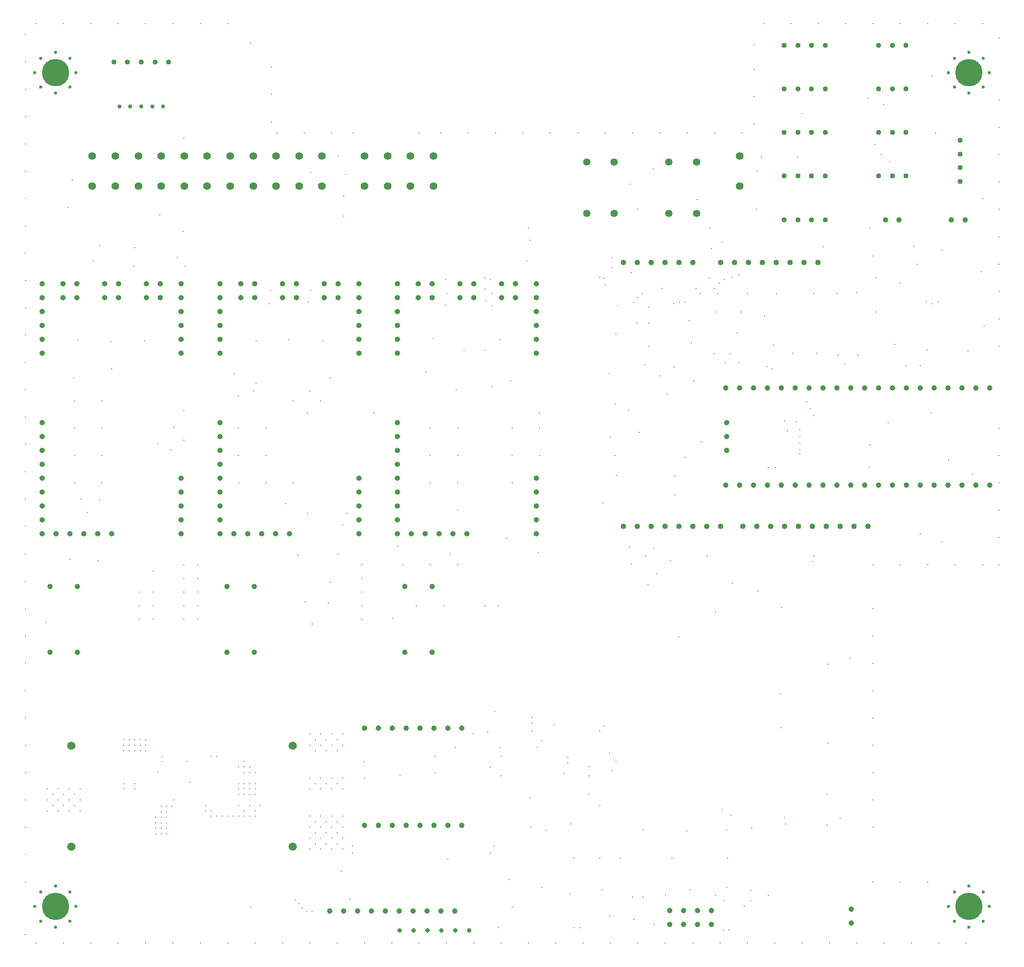
<source format=gbr>
%TF.GenerationSoftware,KiCad,Pcbnew,6.0.7+dfsg-1~bpo11+1*%
%TF.CreationDate,2022-09-26T14:31:56+00:00*%
%TF.ProjectId,OpenMowerMainboard,4f70656e-4d6f-4776-9572-4d61696e626f,rev?*%
%TF.SameCoordinates,Original*%
%TF.FileFunction,Plated,1,2,PTH,Mixed*%
%TF.FilePolarity,Positive*%
%FSLAX46Y46*%
G04 Gerber Fmt 4.6, Leading zero omitted, Abs format (unit mm)*
G04 Created by KiCad (PCBNEW 6.0.7+dfsg-1~bpo11+1) date 2022-09-26 14:31:56*
%MOMM*%
%LPD*%
G01*
G04 APERTURE LIST*
%TA.AperFunction,ViaDrill*%
%ADD10C,0.300000*%
%TD*%
%TA.AperFunction,ComponentDrill*%
%ADD11C,0.600000*%
%TD*%
%TA.AperFunction,ComponentDrill*%
%ADD12C,0.750000*%
%TD*%
%TA.AperFunction,ComponentDrill*%
%ADD13C,0.800000*%
%TD*%
%TA.AperFunction,ComponentDrill*%
%ADD14C,0.950000*%
%TD*%
G04 aperture for slot hole*
%TA.AperFunction,ComponentDrill*%
%ADD15O,1.000000X1.000000*%
%TD*%
%TA.AperFunction,ComponentDrill*%
%ADD16C,1.000000*%
%TD*%
%TA.AperFunction,ComponentDrill*%
%ADD17C,1.016000*%
%TD*%
%TA.AperFunction,ComponentDrill*%
%ADD18C,1.350000*%
%TD*%
%TA.AperFunction,ComponentDrill*%
%ADD19C,1.400000*%
%TD*%
%TA.AperFunction,ComponentDrill*%
%ADD20C,1.500000*%
%TD*%
%TA.AperFunction,ComponentDrill*%
%ADD21C,5.000000*%
%TD*%
G04 APERTURE END LIST*
D10*
X20984129Y-187598534D03*
X20990822Y-22999444D03*
X20990822Y-27999444D03*
X20990822Y-32999444D03*
X20990822Y-37999444D03*
X20990822Y-42999444D03*
X20990822Y-47999444D03*
X20990822Y-52999444D03*
X20990822Y-57999444D03*
X20990822Y-62999444D03*
X20990822Y-67999444D03*
X20990822Y-72999444D03*
X20990822Y-77999444D03*
X20990822Y-82999444D03*
X20990822Y-87999444D03*
X20990822Y-92999444D03*
X20990822Y-97999444D03*
X20990822Y-102999444D03*
X20990822Y-107999444D03*
X20990822Y-112999444D03*
X20990822Y-117999444D03*
X20990822Y-122999444D03*
X20990822Y-127999444D03*
X20990822Y-132999444D03*
X20990822Y-137999444D03*
X20990822Y-142999444D03*
X20990822Y-147999444D03*
X20990822Y-152999444D03*
X20990822Y-157999444D03*
X20990822Y-162999444D03*
X20990822Y-167999444D03*
X20990822Y-172999444D03*
X20990822Y-177999444D03*
X22997832Y-189198418D03*
X23000000Y-21000000D03*
X24800000Y-130600000D03*
X25000000Y-161000000D03*
X25000000Y-163000000D03*
X25000000Y-165000000D03*
X26000000Y-162000000D03*
X26000000Y-164000000D03*
X27000000Y-161000000D03*
X27000000Y-163000000D03*
X27000000Y-165000000D03*
X27997832Y-189198418D03*
X28000000Y-21000000D03*
X28000000Y-162000000D03*
X28000000Y-164000000D03*
X28800000Y-54600000D03*
X29000000Y-161000000D03*
X29000000Y-163000000D03*
X29000000Y-165000000D03*
X29200000Y-119000000D03*
X29600000Y-49600000D03*
X29800000Y-85800000D03*
X30000000Y-90000000D03*
X30000000Y-95000000D03*
X30000000Y-100000000D03*
X30000000Y-105000000D03*
X30000000Y-162000000D03*
X30000000Y-164000000D03*
X30600000Y-78800000D03*
X31000000Y-161000000D03*
X31000000Y-163000000D03*
X31000000Y-165000000D03*
X31200000Y-108000000D03*
X32400000Y-110400000D03*
X32997832Y-189198418D03*
X33000000Y-21000000D03*
X33400000Y-64400000D03*
X34200000Y-119200000D03*
X34600000Y-61600000D03*
X34600000Y-108200000D03*
X35000000Y-90000000D03*
X35000000Y-95000000D03*
X35000000Y-100000000D03*
X35000000Y-105000000D03*
X36600000Y-79200000D03*
X36800000Y-84200000D03*
X37997832Y-189198418D03*
X38000000Y-21000000D03*
X39000000Y-152000000D03*
X39000000Y-153000000D03*
X39000000Y-154000000D03*
X39000000Y-160000000D03*
X39000000Y-161000000D03*
X40000000Y-152000000D03*
X40000000Y-153000000D03*
X40000000Y-154000000D03*
X40800000Y-65400000D03*
X41000000Y-62000000D03*
X41000000Y-152000000D03*
X41000000Y-153000000D03*
X41000000Y-154000000D03*
X41000000Y-160000000D03*
X41000000Y-161000000D03*
X41900000Y-125000000D03*
X41900000Y-127500000D03*
X41900000Y-130000000D03*
X42000000Y-152000000D03*
X42000000Y-153000000D03*
X42000000Y-154000000D03*
X42800000Y-79000000D03*
X42997832Y-189198418D03*
X43000000Y-21000000D03*
X43000000Y-152000000D03*
X43000000Y-153000000D03*
X43000000Y-154000000D03*
X44400000Y-121200000D03*
X44400000Y-125000000D03*
X44400000Y-127500000D03*
X44400000Y-130000000D03*
X44800000Y-166200000D03*
X44800000Y-167200000D03*
X44800000Y-168200000D03*
X44800000Y-169200000D03*
X45200000Y-97800000D03*
X45200000Y-157800000D03*
X45600000Y-56000000D03*
X45800000Y-164200000D03*
X45800000Y-165200000D03*
X45800000Y-166200000D03*
X45800000Y-167200000D03*
X45800000Y-168200000D03*
X45800000Y-169200000D03*
X46000000Y-155000000D03*
X46000000Y-156000000D03*
X46800000Y-164200000D03*
X46800000Y-165200000D03*
X46800000Y-166200000D03*
X46800000Y-167200000D03*
X46800000Y-168200000D03*
X46800000Y-169200000D03*
X47600000Y-99000000D03*
X47800000Y-164200000D03*
X47997832Y-189198418D03*
X48000000Y-21000000D03*
X48100000Y-163000000D03*
X48200000Y-94800000D03*
X48800000Y-63800000D03*
X49800000Y-59000000D03*
X50000000Y-41910000D03*
X50000000Y-91800000D03*
X50000000Y-97200000D03*
X50000000Y-120000000D03*
X50000000Y-122500000D03*
X50000000Y-125000000D03*
X50000000Y-127500000D03*
X50000000Y-130000000D03*
X50200000Y-65400000D03*
X50600000Y-156000000D03*
X51000000Y-159800000D03*
X52500000Y-120000000D03*
X52500000Y-122500000D03*
X52500000Y-125000000D03*
X52500000Y-127500000D03*
X52500000Y-130000000D03*
X52997832Y-189198418D03*
X53000000Y-21000000D03*
X54000000Y-164000000D03*
X54000000Y-165000000D03*
X55000000Y-155000000D03*
X55000000Y-165000000D03*
X55000000Y-166000000D03*
X56000000Y-155000000D03*
X56000000Y-166000000D03*
X57000000Y-166000000D03*
X57997832Y-189198418D03*
X58000000Y-21000000D03*
X58000000Y-166000000D03*
X59000000Y-166000000D03*
X59200000Y-85000000D03*
X60000000Y-89199010D03*
X60000000Y-95000000D03*
X60000000Y-100000000D03*
X60000000Y-105000000D03*
X60000000Y-157000000D03*
X60000000Y-160000000D03*
X60000000Y-161000000D03*
X60000000Y-162000000D03*
X60000000Y-164000000D03*
X60000000Y-166000000D03*
X61000000Y-156000000D03*
X61000000Y-157000000D03*
X61000000Y-158000000D03*
X61000000Y-160000000D03*
X61000000Y-161000000D03*
X61000000Y-162000000D03*
X61000000Y-165000000D03*
X61000000Y-166000000D03*
X62000000Y-157000000D03*
X62000000Y-158000000D03*
X62000000Y-160000000D03*
X62000000Y-161000000D03*
X62000000Y-162000000D03*
X62000000Y-164000000D03*
X62000000Y-166000000D03*
X62200000Y-24600000D03*
X62200000Y-182600000D03*
X62660156Y-88187667D03*
X62997832Y-189198418D03*
X63000000Y-158000000D03*
X63000000Y-160000000D03*
X63000000Y-161000000D03*
X63000000Y-162000000D03*
X63000000Y-165000000D03*
X63000000Y-166000000D03*
X63200000Y-79000000D03*
X63200000Y-86800000D03*
X64000000Y-164000000D03*
X65000000Y-95000000D03*
X65000000Y-100000000D03*
X65000000Y-105000000D03*
X65600000Y-72200000D03*
X65800000Y-69800000D03*
X65991231Y-28997250D03*
X65991231Y-33997250D03*
X65991231Y-38997250D03*
X67000000Y-41000000D03*
X67997832Y-189198418D03*
X68600000Y-108800000D03*
X69200000Y-78800000D03*
X70000000Y-90000000D03*
X70000000Y-105000000D03*
X70300000Y-181300000D03*
X70800000Y-118200000D03*
X71000000Y-182000000D03*
X71700000Y-182700000D03*
X72000000Y-41000000D03*
X72200000Y-126800000D03*
X72400000Y-183400000D03*
X72600000Y-92200000D03*
X72600000Y-110600000D03*
X72800000Y-72000000D03*
X72997832Y-189198418D03*
X73000000Y-88200000D03*
X73000000Y-151000000D03*
X73000000Y-153000000D03*
X73000000Y-159000000D03*
X73000000Y-161000000D03*
X73000000Y-166000000D03*
X73000000Y-168000000D03*
X73000000Y-170000000D03*
X73000000Y-172000000D03*
X73200000Y-48200000D03*
X73200000Y-69800000D03*
X73400000Y-130800000D03*
X73400000Y-183400000D03*
X74000000Y-152000000D03*
X74000000Y-154000000D03*
X74000000Y-160000000D03*
X74000000Y-167000000D03*
X74000000Y-169000000D03*
X74000000Y-171000000D03*
X75000000Y-90000000D03*
X75000000Y-151000000D03*
X75000000Y-153000000D03*
X75000000Y-159000000D03*
X75000000Y-161000000D03*
X75000000Y-166000000D03*
X75000000Y-168000000D03*
X75000000Y-170000000D03*
X75000000Y-172000000D03*
X75400000Y-79000000D03*
X76000000Y-152000000D03*
X76000000Y-154000000D03*
X76000000Y-160000000D03*
X76000000Y-167000000D03*
X76000000Y-169000000D03*
X76000000Y-171000000D03*
X76400000Y-127000000D03*
X76800000Y-85800000D03*
X76800000Y-123200000D03*
X77000000Y-41000000D03*
X77000000Y-151000000D03*
X77000000Y-153000000D03*
X77000000Y-159000000D03*
X77000000Y-161000000D03*
X77000000Y-166000000D03*
X77000000Y-168000000D03*
X77000000Y-170000000D03*
X77000000Y-172000000D03*
X77997832Y-189198418D03*
X78000000Y-152000000D03*
X78000000Y-154000000D03*
X78000000Y-160000000D03*
X78000000Y-167000000D03*
X78000000Y-169000000D03*
X78000000Y-171000000D03*
X78200000Y-45200000D03*
X78200000Y-118000000D03*
X78740000Y-176022000D03*
X79000000Y-112600000D03*
X79000000Y-151000000D03*
X79000000Y-153000000D03*
X79000000Y-159000000D03*
X79000000Y-161000000D03*
X79000000Y-166000000D03*
X79000000Y-168000000D03*
X79000000Y-170000000D03*
X79000000Y-172000000D03*
X79200000Y-52600000D03*
X79200000Y-56200000D03*
X79600000Y-48600000D03*
X79800000Y-110600000D03*
X80264000Y-181102000D03*
X80772000Y-171450000D03*
X80772000Y-172720000D03*
X81000000Y-41000000D03*
X82500000Y-120000000D03*
X82500000Y-122500000D03*
X82500000Y-125000000D03*
X82500000Y-127500000D03*
X82500000Y-130000000D03*
X82997832Y-189198418D03*
X83000000Y-156000000D03*
X83000000Y-159000000D03*
X84800000Y-92200000D03*
X87997832Y-189198418D03*
X88200000Y-129800000D03*
X89000000Y-116600000D03*
X89498911Y-158498911D03*
X90000000Y-120000000D03*
X92500000Y-127500000D03*
X92997832Y-189198418D03*
X93000000Y-41000000D03*
X94200000Y-84800000D03*
X95000000Y-95000000D03*
X95000000Y-100000000D03*
X95000000Y-105000000D03*
X95000000Y-120000000D03*
X95600000Y-78600000D03*
X96000000Y-155000000D03*
X96000000Y-158079500D03*
X97000000Y-41000000D03*
X97500000Y-127500000D03*
X97786139Y-67813861D03*
X97800000Y-72600000D03*
X97997832Y-189198418D03*
X98000000Y-70400000D03*
X98241882Y-173795947D03*
X98600000Y-118000000D03*
X99568000Y-153416000D03*
X99800000Y-88000000D03*
X100000000Y-95000000D03*
X100000000Y-100000000D03*
X100000000Y-105000000D03*
X100000000Y-110000000D03*
X100000000Y-120000000D03*
X101200000Y-80800000D03*
X102000000Y-41000000D03*
X102865530Y-150921648D03*
X102997832Y-189198418D03*
X105000000Y-67600000D03*
X105000000Y-69600000D03*
X105000000Y-80800000D03*
X105000000Y-127500000D03*
X105200000Y-71600000D03*
X105558911Y-150558911D03*
X106000000Y-67800000D03*
X106000000Y-157000000D03*
X106045000Y-172720000D03*
X106400000Y-70400000D03*
X106400000Y-72600000D03*
X106400000Y-87400000D03*
X106680000Y-171450000D03*
X106800000Y-146800000D03*
X107000000Y-41000000D03*
X107442002Y-186400000D03*
X107500000Y-127500000D03*
X107696000Y-153416000D03*
X107800000Y-78800000D03*
X107997832Y-189198418D03*
X108000000Y-155000000D03*
X108000000Y-158600000D03*
X109000000Y-115200000D03*
X109400000Y-177600000D03*
X109800000Y-86400000D03*
X110000000Y-95000000D03*
X110000000Y-100000000D03*
X110000000Y-105000000D03*
X110000000Y-182600000D03*
X112000000Y-41000000D03*
X112600000Y-64400000D03*
X112997832Y-189198418D03*
X113000500Y-58400000D03*
X113200000Y-60600000D03*
X113200000Y-162600000D03*
X113400000Y-168000000D03*
X113600000Y-150400000D03*
X113665000Y-147955000D03*
X113665000Y-148951908D03*
X114600000Y-153400000D03*
X114800000Y-117800000D03*
X115000000Y-92200000D03*
X115000000Y-95000000D03*
X115000000Y-100000000D03*
X115400000Y-152200000D03*
X115400000Y-179000000D03*
X116200000Y-168600000D03*
X117000000Y-41000000D03*
X117600000Y-149200000D03*
X117997832Y-189198418D03*
X119400000Y-158200000D03*
X120200000Y-155200000D03*
X120200000Y-156200000D03*
X120600000Y-180200000D03*
X120800000Y-167400000D03*
X121200000Y-173600000D03*
X121400000Y-186400000D03*
X122000000Y-41000000D03*
X122400000Y-186400000D03*
X122997832Y-189198418D03*
X124000000Y-162000000D03*
X124100000Y-156900000D03*
X124100000Y-158600000D03*
X126000000Y-67400000D03*
X126000000Y-150400000D03*
X126000000Y-164000000D03*
X126000000Y-173600000D03*
X126400000Y-179400000D03*
X126600000Y-108600000D03*
X126800000Y-67600000D03*
X126850500Y-149492703D03*
X126999501Y-68799501D03*
X127000000Y-41000000D03*
X127800000Y-85000000D03*
X127800000Y-154400000D03*
X127800000Y-184200000D03*
X127997832Y-189198418D03*
X128000000Y-96600000D03*
X128200000Y-63800000D03*
X128200000Y-157700000D03*
X128230814Y-65600000D03*
X128800000Y-90600000D03*
X128800000Y-100000000D03*
X129000000Y-77800000D03*
X129000000Y-156000000D03*
X129100000Y-103687184D03*
X129200000Y-72600000D03*
X129800000Y-173600000D03*
X131300000Y-91700000D03*
X131400000Y-116800000D03*
X131600000Y-50400000D03*
X131800000Y-66600000D03*
X131800000Y-119800000D03*
X132000000Y-41000000D03*
X132000000Y-180800000D03*
X132200000Y-72000000D03*
X132200000Y-184800000D03*
X132800000Y-75800000D03*
X132875500Y-71163365D03*
X132997832Y-189198418D03*
X133000000Y-55000000D03*
X133200000Y-95800000D03*
X133800000Y-70400000D03*
X134000000Y-168400000D03*
X134000000Y-180800000D03*
X134200000Y-83400000D03*
X134400000Y-118400000D03*
X134800000Y-123600000D03*
X135000000Y-72800000D03*
X135000000Y-75800000D03*
X135000000Y-80000000D03*
X135800000Y-47600000D03*
X135800000Y-117000000D03*
X136000000Y-185800000D03*
X136400000Y-121600000D03*
X137000000Y-41000000D03*
X137000000Y-85400000D03*
X137400000Y-69400000D03*
X137997832Y-189198418D03*
X138000000Y-180400000D03*
X138400000Y-88800000D03*
X139000000Y-119200000D03*
X139200000Y-173600000D03*
X139600000Y-72200000D03*
X139600000Y-83800000D03*
X139700000Y-103700000D03*
X139735500Y-107204011D03*
X140400000Y-133200000D03*
X140600000Y-72000000D03*
X141600000Y-72000000D03*
X141605000Y-100330000D03*
X141900000Y-168700000D03*
X142000000Y-41000000D03*
X142400000Y-75400000D03*
X142600000Y-179400000D03*
X142800000Y-79400000D03*
X142997832Y-189198418D03*
X143200000Y-86400000D03*
X143600000Y-69400000D03*
X143800000Y-53200000D03*
X144400000Y-70400000D03*
X144595123Y-97550967D03*
X145669003Y-118350990D03*
X146000000Y-67600000D03*
X146200000Y-58400000D03*
X146400000Y-62200000D03*
X147000000Y-41000000D03*
X147000000Y-69400000D03*
X147000000Y-81400000D03*
X147200000Y-73800000D03*
X147200000Y-128600000D03*
X147200000Y-180400000D03*
X147600000Y-70400000D03*
X147850500Y-68518023D03*
X147997832Y-189198418D03*
X148400000Y-61000000D03*
X148429977Y-164749500D03*
X148598058Y-186800208D03*
X148800000Y-67800000D03*
X148800000Y-181400000D03*
X149000000Y-82999500D03*
X149200000Y-168600000D03*
X149200000Y-179000000D03*
X149400000Y-173600000D03*
X149600000Y-186800000D03*
X149800000Y-81400000D03*
X150000000Y-165800000D03*
X150176089Y-67376089D03*
X150200000Y-123400000D03*
X151200000Y-77600000D03*
X151400000Y-67000000D03*
X151400000Y-82999500D03*
X151800000Y-73800000D03*
X152000000Y-41000000D03*
X152400000Y-182400000D03*
X152997832Y-189198418D03*
X153000000Y-70358000D03*
X153600000Y-179600000D03*
X153600000Y-181400000D03*
X153800000Y-168200000D03*
X154200000Y-24800000D03*
X154200000Y-29400000D03*
X154200000Y-34400000D03*
X154200000Y-39400000D03*
X154600000Y-55000000D03*
X154800000Y-48000000D03*
X155000000Y-124800000D03*
X155600000Y-45400000D03*
X156000000Y-21000000D03*
X156200000Y-74400000D03*
X156600000Y-83784500D03*
X156800000Y-180400000D03*
X156845000Y-102235000D03*
X157480000Y-84200000D03*
X157800000Y-79800000D03*
X157997832Y-189198418D03*
X158115000Y-102235000D03*
X158400000Y-70400000D03*
X159000000Y-143600000D03*
X159200000Y-149800000D03*
X159300000Y-127800000D03*
X159800000Y-166200000D03*
X159837755Y-93616223D03*
X160000000Y-167400000D03*
X160274000Y-95504000D03*
X161000000Y-21000000D03*
X161290000Y-81280000D03*
X162031411Y-93873589D03*
X162200000Y-45400000D03*
X162560000Y-95250000D03*
X162560000Y-96520000D03*
X162560000Y-97790000D03*
X162560000Y-99695000D03*
X162584160Y-98871337D03*
X162997832Y-189198418D03*
X163000000Y-37400000D03*
X163830000Y-90170000D03*
X164465000Y-91440000D03*
X165000000Y-119400000D03*
X165100000Y-92710000D03*
X165200000Y-70400000D03*
X165200000Y-118400000D03*
X165735000Y-81280000D03*
X166000000Y-21000000D03*
X166800000Y-61800000D03*
X167600000Y-162000000D03*
X167600000Y-167600000D03*
X167800000Y-138200000D03*
X167800000Y-152600000D03*
X167997832Y-189198418D03*
X169400000Y-70400000D03*
X169600000Y-81600000D03*
X170000000Y-166400000D03*
X170815000Y-83200000D03*
X171000000Y-21000000D03*
X171800000Y-137000000D03*
X172997832Y-189198418D03*
X173000000Y-70200000D03*
X173200000Y-81600000D03*
X175000000Y-34600000D03*
X175260000Y-102235000D03*
X175400000Y-58400000D03*
X175452437Y-98024615D03*
X176000000Y-21000000D03*
X176000000Y-63500000D03*
X176000000Y-120000000D03*
X176000000Y-128000000D03*
X176000000Y-133000000D03*
X176000000Y-138000000D03*
X176000000Y-143000000D03*
X176000000Y-148000000D03*
X176000000Y-153000000D03*
X176000000Y-158000000D03*
X176000000Y-163000000D03*
X176000000Y-168000000D03*
X176000000Y-178000000D03*
X176300000Y-43100000D03*
X176500000Y-67500000D03*
X176600000Y-73800000D03*
X177400000Y-45000000D03*
X177900000Y-35800000D03*
X177997832Y-189198418D03*
X178800000Y-94000000D03*
X179000000Y-46200000D03*
X179920000Y-79720000D03*
X181000000Y-21000000D03*
X181000000Y-68500000D03*
X181000000Y-120000000D03*
X181000000Y-178000000D03*
X182000000Y-83600000D03*
X182997832Y-189198418D03*
X183400000Y-61800000D03*
X184000000Y-65000000D03*
X184600000Y-83600000D03*
X184600000Y-114400000D03*
X185720000Y-71920000D03*
X185920000Y-80720000D03*
X186000000Y-21000000D03*
X186000000Y-120000000D03*
X186000000Y-178000000D03*
X186600000Y-92200000D03*
X186800000Y-30600000D03*
X186800000Y-72200000D03*
X187400000Y-41000000D03*
X187920000Y-71920000D03*
X187997832Y-189198418D03*
X188600000Y-62400000D03*
X188600000Y-115800000D03*
X189800000Y-100800000D03*
X191000000Y-21000000D03*
X191000000Y-120000000D03*
X192997832Y-189198418D03*
X193320000Y-80870500D03*
X194200000Y-103400000D03*
X195800000Y-66400000D03*
X196000000Y-21000000D03*
X196000000Y-53000000D03*
X196000000Y-120000000D03*
X196320000Y-76400000D03*
X199000000Y-23600000D03*
X199000000Y-35000000D03*
X199000000Y-40000000D03*
X199000000Y-45000000D03*
X199000000Y-50000000D03*
X199000000Y-55000000D03*
X199000000Y-60000000D03*
X199000000Y-65000000D03*
X199000000Y-70000000D03*
X199000000Y-75000000D03*
X199000000Y-80000000D03*
X199000000Y-95000000D03*
X199000000Y-100000000D03*
X199000000Y-105000000D03*
X199000000Y-110000000D03*
X199000000Y-115000000D03*
X199000000Y-120000000D03*
D11*
%TO.C,H1*%
X22750000Y-30000000D03*
%TO.C,H2*%
X22750000Y-182500000D03*
%TO.C,H1*%
X23848350Y-27348350D03*
X23848350Y-32651650D03*
%TO.C,H2*%
X23848350Y-179848350D03*
X23848350Y-185151650D03*
%TO.C,H1*%
X26500000Y-26250000D03*
X26500000Y-33750000D03*
%TO.C,H2*%
X26500000Y-178750000D03*
X26500000Y-186250000D03*
%TO.C,H1*%
X29151650Y-27348350D03*
X29151650Y-32651650D03*
%TO.C,H2*%
X29151650Y-179848350D03*
X29151650Y-185151650D03*
%TO.C,H1*%
X30250000Y-30000000D03*
%TO.C,H2*%
X30250000Y-182500000D03*
%TO.C,H3*%
X189750000Y-30000000D03*
%TO.C,H4*%
X189750000Y-182500000D03*
%TO.C,H3*%
X190848350Y-27348350D03*
X190848350Y-32651650D03*
%TO.C,H4*%
X190848350Y-179848350D03*
X190848350Y-185151650D03*
%TO.C,H3*%
X193500000Y-26250000D03*
X193500000Y-33750000D03*
%TO.C,H4*%
X193500000Y-178750000D03*
X193500000Y-186250000D03*
%TO.C,H3*%
X196151650Y-27348350D03*
X196151650Y-32651650D03*
%TO.C,H4*%
X196151650Y-179848350D03*
X196151650Y-185151650D03*
%TO.C,H3*%
X197250000Y-30000000D03*
%TO.C,H4*%
X197250000Y-182500000D03*
D12*
%TO.C,J10*%
X38196000Y-36195000D03*
X40196000Y-36195000D03*
X42196000Y-36195000D03*
X44196000Y-36195000D03*
X46196000Y-36195000D03*
D13*
%TO.C,WT901*%
X89408000Y-186848000D03*
X91948000Y-186848000D03*
X94488000Y-186848000D03*
X97028000Y-186848000D03*
X99568000Y-186848000D03*
X102108000Y-186848000D03*
D14*
%TO.C,J4*%
X37200000Y-28000000D03*
X39700000Y-28000000D03*
X42200000Y-28000000D03*
X44700000Y-28000000D03*
X47200000Y-28000000D03*
%TO.C,J5*%
X159750000Y-25000000D03*
%TO.C,J6*%
X159750000Y-32967500D03*
%TO.C,J7*%
X159750000Y-40935000D03*
%TO.C,J8*%
X159750000Y-48902500D03*
%TO.C,J9*%
X159750000Y-56870000D03*
%TO.C,J5*%
X162250000Y-25000000D03*
%TO.C,J6*%
X162250000Y-32967500D03*
%TO.C,J7*%
X162250000Y-40935000D03*
%TO.C,J8*%
X162250000Y-48902500D03*
%TO.C,J9*%
X162250000Y-56870000D03*
%TO.C,J5*%
X164750000Y-25000000D03*
%TO.C,J6*%
X164750000Y-32967500D03*
%TO.C,J7*%
X164750000Y-40935000D03*
%TO.C,J8*%
X164750000Y-48902500D03*
%TO.C,J9*%
X164750000Y-56870000D03*
%TO.C,J5*%
X167250000Y-25000000D03*
%TO.C,J6*%
X167250000Y-32967500D03*
%TO.C,J7*%
X167250000Y-40935000D03*
%TO.C,J8*%
X167250000Y-48902500D03*
%TO.C,J9*%
X167250000Y-56870000D03*
%TO.C,J11*%
X177000000Y-25000000D03*
%TO.C,J12*%
X177000000Y-32967500D03*
%TO.C,J13*%
X177000000Y-40935000D03*
%TO.C,J14*%
X177000000Y-48902500D03*
%TO.C,J11*%
X179500000Y-25000000D03*
%TO.C,J12*%
X179500000Y-32967500D03*
%TO.C,J13*%
X179500000Y-40935000D03*
%TO.C,J14*%
X179500000Y-48902500D03*
%TO.C,J11*%
X182000000Y-25000000D03*
%TO.C,J12*%
X182000000Y-32967500D03*
%TO.C,J13*%
X182000000Y-40935000D03*
%TO.C,J14*%
X182000000Y-48902500D03*
%TO.C,J19*%
X191870000Y-42352500D03*
X191870000Y-44852500D03*
X191870000Y-47352500D03*
X191870000Y-49852500D03*
D15*
%TO.C,U4*%
X24060000Y-68595000D03*
X24060000Y-71135000D03*
X24060000Y-73675000D03*
X24060000Y-76215000D03*
X24060000Y-78755000D03*
X24060000Y-81295000D03*
X24060000Y-93995000D03*
X24060000Y-96535000D03*
X24060000Y-99075000D03*
X24060000Y-101615000D03*
X24060000Y-104155000D03*
X24060000Y-106695000D03*
X24060000Y-109235000D03*
X24060000Y-111775000D03*
X24060000Y-114315000D03*
D16*
%TO.C,C6*%
X25517323Y-124000000D03*
%TO.C,C2*%
X25517323Y-136000000D03*
D15*
%TO.C,U4*%
X26600000Y-114315000D03*
X27870000Y-68595000D03*
X27870000Y-71135000D03*
X29140000Y-114315000D03*
X30410000Y-68595000D03*
X30410000Y-71135000D03*
D16*
%TO.C,C6*%
X30517323Y-124000000D03*
%TO.C,C2*%
X30517323Y-136000000D03*
D15*
%TO.C,U4*%
X31680000Y-114315000D03*
X34220000Y-114315000D03*
X35490000Y-68595000D03*
X35490000Y-71135000D03*
X36760000Y-114315000D03*
X38030000Y-68595000D03*
X38030000Y-71135000D03*
X43110000Y-68595000D03*
X43110000Y-71135000D03*
X45650000Y-68595000D03*
X45650000Y-71135000D03*
X49460000Y-68595000D03*
X49460000Y-71135000D03*
X49460000Y-73675000D03*
X49460000Y-76215000D03*
X49460000Y-78755000D03*
X49460000Y-81295000D03*
X49460000Y-104155000D03*
X49460000Y-106695000D03*
X49460000Y-109235000D03*
X49460000Y-111775000D03*
X49460000Y-114315000D03*
%TO.C,U5*%
X56560000Y-68595000D03*
X56560000Y-71135000D03*
X56560000Y-73675000D03*
X56560000Y-76215000D03*
X56560000Y-78755000D03*
X56560000Y-81295000D03*
X56560000Y-93995000D03*
X56560000Y-96535000D03*
X56560000Y-99075000D03*
X56560000Y-101615000D03*
X56560000Y-104155000D03*
X56560000Y-106695000D03*
X56560000Y-109235000D03*
X56560000Y-111775000D03*
X56560000Y-114315000D03*
D16*
%TO.C,C3*%
X57849646Y-124000000D03*
%TO.C,C7*%
X57849646Y-136000000D03*
D15*
%TO.C,U5*%
X59100000Y-114315000D03*
X60370000Y-68595000D03*
X60370000Y-71135000D03*
X61640000Y-114315000D03*
D16*
%TO.C,C3*%
X62849646Y-124000000D03*
%TO.C,C7*%
X62849646Y-136000000D03*
D15*
%TO.C,U5*%
X62910000Y-68595000D03*
X62910000Y-71135000D03*
X64180000Y-114315000D03*
X66720000Y-114315000D03*
X67990000Y-68595000D03*
X67990000Y-71135000D03*
X69260000Y-114315000D03*
X70530000Y-68595000D03*
X70530000Y-71135000D03*
X75610000Y-68595000D03*
X75610000Y-71135000D03*
D16*
%TO.C,J20*%
X76650000Y-183350000D03*
D15*
%TO.C,U5*%
X78150000Y-68595000D03*
X78150000Y-71135000D03*
D16*
%TO.C,J20*%
X79190000Y-183350000D03*
X81730000Y-183350000D03*
D15*
%TO.C,U5*%
X81960000Y-68595000D03*
X81960000Y-71135000D03*
X81960000Y-73675000D03*
X81960000Y-76215000D03*
X81960000Y-78755000D03*
X81960000Y-81295000D03*
X81960000Y-104155000D03*
X81960000Y-106695000D03*
X81960000Y-109235000D03*
X81960000Y-111775000D03*
X81960000Y-114315000D03*
D16*
%TO.C,J23*%
X83000000Y-149870000D03*
%TO.C,J16*%
X83000000Y-167650000D03*
%TO.C,J20*%
X84270000Y-183350000D03*
%TO.C,J23*%
X85540000Y-149870000D03*
%TO.C,J16*%
X85540000Y-167650000D03*
%TO.C,J20*%
X86810000Y-183350000D03*
%TO.C,J23*%
X88080000Y-149870000D03*
%TO.C,J16*%
X88080000Y-167650000D03*
D15*
%TO.C,U6*%
X89060000Y-68595000D03*
X89060000Y-71135000D03*
X89060000Y-73675000D03*
X89060000Y-76215000D03*
X89060000Y-78755000D03*
X89060000Y-81295000D03*
X89060000Y-93995000D03*
X89060000Y-96535000D03*
X89060000Y-99075000D03*
X89060000Y-101615000D03*
X89060000Y-104155000D03*
X89060000Y-106695000D03*
X89060000Y-109235000D03*
X89060000Y-111775000D03*
X89060000Y-114315000D03*
D16*
%TO.C,J20*%
X89350000Y-183350000D03*
%TO.C,C8*%
X90349646Y-124000000D03*
%TO.C,C4*%
X90349646Y-136000000D03*
%TO.C,J23*%
X90620000Y-149870000D03*
%TO.C,J16*%
X90620000Y-167650000D03*
D15*
%TO.C,U6*%
X91600000Y-114315000D03*
D16*
%TO.C,J20*%
X91890000Y-183350000D03*
D15*
%TO.C,U6*%
X92870000Y-68595000D03*
X92870000Y-71135000D03*
D16*
%TO.C,J23*%
X93160000Y-149870000D03*
%TO.C,J16*%
X93160000Y-167650000D03*
D15*
%TO.C,U6*%
X94140000Y-114315000D03*
D16*
%TO.C,J20*%
X94430000Y-183350000D03*
%TO.C,C8*%
X95349646Y-124000000D03*
%TO.C,C4*%
X95349646Y-136000000D03*
D15*
%TO.C,U6*%
X95410000Y-68595000D03*
X95410000Y-71135000D03*
D16*
%TO.C,J23*%
X95700000Y-149870000D03*
%TO.C,J16*%
X95700000Y-167650000D03*
D15*
%TO.C,U6*%
X96680000Y-114315000D03*
D16*
%TO.C,J20*%
X96970000Y-183350000D03*
%TO.C,J23*%
X98240000Y-149870000D03*
%TO.C,J16*%
X98240000Y-167650000D03*
D15*
%TO.C,U6*%
X99220000Y-114315000D03*
D16*
%TO.C,J20*%
X99510000Y-183350000D03*
D15*
%TO.C,U6*%
X100490000Y-68595000D03*
X100490000Y-71135000D03*
D16*
%TO.C,J23*%
X100780000Y-149870000D03*
%TO.C,J16*%
X100780000Y-167650000D03*
D15*
%TO.C,U6*%
X101760000Y-114315000D03*
X103030000Y-68595000D03*
X103030000Y-71135000D03*
X108110000Y-68595000D03*
X108110000Y-71135000D03*
X110650000Y-68595000D03*
X110650000Y-71135000D03*
X114460000Y-68595000D03*
X114460000Y-71135000D03*
X114460000Y-73675000D03*
X114460000Y-76215000D03*
X114460000Y-78755000D03*
X114460000Y-81295000D03*
X114460000Y-104155000D03*
X114460000Y-106695000D03*
X114460000Y-109235000D03*
X114460000Y-111775000D03*
X114460000Y-114315000D03*
D16*
%TO.C,J22*%
X138800000Y-183260000D03*
X138800000Y-185800000D03*
X141340000Y-183260000D03*
X141340000Y-185800000D03*
X143880000Y-183260000D03*
X143880000Y-185800000D03*
X146420000Y-183260000D03*
X146420000Y-185800000D03*
%TO.C,U11*%
X149006544Y-87672104D03*
X149006544Y-105452104D03*
X149236544Y-94022104D03*
X149236544Y-96562104D03*
X149236544Y-99102104D03*
X151546544Y-87672104D03*
X151546544Y-105452104D03*
X154086544Y-87672104D03*
X154086544Y-105452104D03*
X156626544Y-87672104D03*
X156626544Y-105452104D03*
X159166544Y-87672104D03*
X159166544Y-105452104D03*
X161706544Y-87672104D03*
X161706544Y-105452104D03*
X164246544Y-87672104D03*
X164246544Y-105452104D03*
X166786544Y-87672104D03*
X166786544Y-105452104D03*
X169326544Y-87672104D03*
X169326544Y-105452104D03*
X171866544Y-87672104D03*
X171866544Y-105452104D03*
%TO.C,M1*%
X172000000Y-183000000D03*
X172000000Y-185540000D03*
%TO.C,U11*%
X174406544Y-87672104D03*
X174406544Y-105452104D03*
X176946544Y-87672104D03*
X176946544Y-105452104D03*
%TO.C,J17*%
X178250000Y-56870000D03*
%TO.C,U11*%
X179486544Y-87672104D03*
X179486544Y-105452104D03*
%TO.C,J17*%
X180750000Y-56870000D03*
%TO.C,U11*%
X182026544Y-87672104D03*
X182026544Y-105452104D03*
X184566544Y-87672104D03*
X184566544Y-105452104D03*
X187106544Y-87672104D03*
X187106544Y-105452104D03*
X189646544Y-87672104D03*
X189646544Y-105452104D03*
%TO.C,J18*%
X190320000Y-56870000D03*
%TO.C,U11*%
X192186544Y-87672104D03*
X192186544Y-105452104D03*
%TO.C,J18*%
X192820000Y-56870000D03*
%TO.C,U11*%
X194726544Y-87672104D03*
X194726544Y-105452104D03*
X197266544Y-87672104D03*
X197266544Y-105452104D03*
D17*
%TO.C,XA1*%
X130300000Y-64740000D03*
X130300000Y-113000000D03*
X132840000Y-64740000D03*
X132840000Y-113000000D03*
X135380000Y-64740000D03*
X135380000Y-113000000D03*
X137920000Y-64740000D03*
X137920000Y-113000000D03*
X140460000Y-64740000D03*
X140460000Y-113000000D03*
X143000000Y-64740000D03*
X143000000Y-113000000D03*
X145540000Y-113000000D03*
X148080000Y-64740000D03*
X148080000Y-113000000D03*
X150620000Y-64740000D03*
X152144000Y-113000000D03*
X153160000Y-64740000D03*
X154684000Y-113000000D03*
X155700000Y-64740000D03*
X157224000Y-113000000D03*
X158240000Y-64740000D03*
X159764000Y-113000000D03*
X160780000Y-64740000D03*
X162304000Y-113000000D03*
X163320000Y-64740000D03*
X164844000Y-113000000D03*
X165860000Y-64740000D03*
X167384000Y-113000000D03*
X169924000Y-113000000D03*
X172464000Y-113000000D03*
X175004000Y-113000000D03*
D18*
%TO.C,F2*%
X123675000Y-46350000D03*
%TO.C,F4*%
X123675000Y-55700000D03*
%TO.C,F2*%
X128675000Y-46350000D03*
%TO.C,F4*%
X128675000Y-55700000D03*
%TO.C,F2*%
X138675000Y-46350000D03*
%TO.C,F4*%
X138675000Y-55700000D03*
%TO.C,F2*%
X143675000Y-46350000D03*
%TO.C,F4*%
X143675000Y-55700000D03*
D19*
%TO.C,J1*%
X33250000Y-45250000D03*
X33250000Y-50750000D03*
X37450000Y-45250000D03*
X37450000Y-50750000D03*
X41650000Y-45250000D03*
X41650000Y-50750000D03*
X45850000Y-45250000D03*
X45850000Y-50750000D03*
X50050000Y-45250000D03*
X50050000Y-50750000D03*
X54250000Y-45250000D03*
X54250000Y-50750000D03*
X58450000Y-45250000D03*
X58450000Y-50750000D03*
X62650000Y-45250000D03*
X62650000Y-50750000D03*
X66850000Y-45250000D03*
X66850000Y-50750000D03*
X71050000Y-45250000D03*
X71050000Y-50750000D03*
X75250000Y-45250000D03*
X75250000Y-50750000D03*
%TO.C,J2*%
X83000000Y-45250000D03*
X83000000Y-50750000D03*
X87200000Y-45250000D03*
X87200000Y-50750000D03*
X91400000Y-45250000D03*
X91400000Y-50750000D03*
X95600000Y-45250000D03*
X95600000Y-50750000D03*
%TO.C,J3*%
X151600000Y-45250000D03*
X151600000Y-50750000D03*
D20*
%TO.C,U1*%
X29450000Y-153124000D03*
X29450000Y-171524000D03*
X69850000Y-153124000D03*
X69850000Y-171524000D03*
D21*
%TO.C,H1*%
X26500000Y-30000000D03*
%TO.C,H2*%
X26500000Y-182500000D03*
%TO.C,H3*%
X193500000Y-30000000D03*
%TO.C,H4*%
X193500000Y-182500000D03*
M02*

</source>
